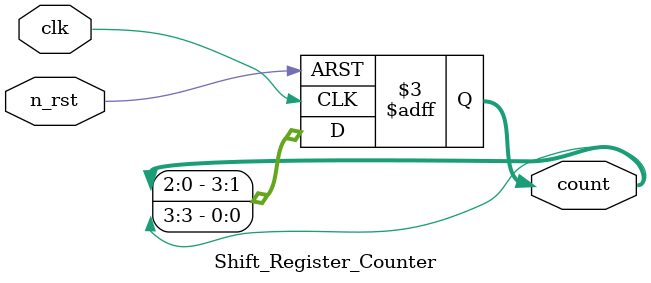
<source format=v>
module Shift_Register_Counter(
  input clk,
  input n_rst,
  output reg [3:0] count
);
  // 4비트 Shift Register Counter 모듈 정의

  always @(posedge clk or negedge n_rst) begin
    if (!n_rst) begin
      count <= 4'b0001;
    end else begin
      count <= {count[2:0], count[3]};
    end
  end
endmodule

</source>
